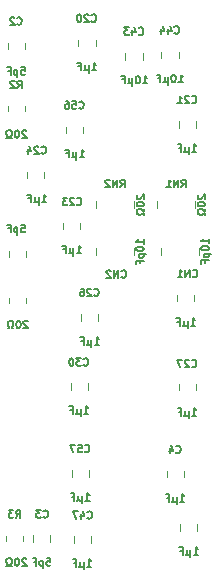
<source format=gbo>
%TF.GenerationSoftware,KiCad,Pcbnew,8.0.7*%
%TF.CreationDate,2025-01-10T21:39:31+02:00*%
%TF.ProjectId,W65C816 Clock Hold,57363543-3831-4362-9043-6c6f636b2048,V1*%
%TF.SameCoordinates,Original*%
%TF.FileFunction,Legend,Bot*%
%TF.FilePolarity,Positive*%
%FSLAX46Y46*%
G04 Gerber Fmt 4.6, Leading zero omitted, Abs format (unit mm)*
G04 Created by KiCad (PCBNEW 8.0.7) date 2025-01-10 21:39:31*
%MOMM*%
%LPD*%
G01*
G04 APERTURE LIST*
%ADD10C,0.150000*%
%ADD11C,0.100000*%
%ADD12C,0.120000*%
G04 APERTURE END LIST*
D10*
X19018252Y-17497486D02*
X19048490Y-17527725D01*
X19048490Y-17527725D02*
X19139204Y-17557963D01*
X19139204Y-17557963D02*
X19199680Y-17557963D01*
X19199680Y-17557963D02*
X19290395Y-17527725D01*
X19290395Y-17527725D02*
X19350871Y-17467248D01*
X19350871Y-17467248D02*
X19381109Y-17406772D01*
X19381109Y-17406772D02*
X19411347Y-17285820D01*
X19411347Y-17285820D02*
X19411347Y-17195105D01*
X19411347Y-17195105D02*
X19381109Y-17074153D01*
X19381109Y-17074153D02*
X19350871Y-17013677D01*
X19350871Y-17013677D02*
X19290395Y-16953201D01*
X19290395Y-16953201D02*
X19199680Y-16922963D01*
X19199680Y-16922963D02*
X19139204Y-16922963D01*
X19139204Y-16922963D02*
X19048490Y-16953201D01*
X19048490Y-16953201D02*
X19018252Y-16983439D01*
X18746109Y-17557963D02*
X18746109Y-16922963D01*
X18746109Y-16922963D02*
X18383252Y-17557963D01*
X18383252Y-17557963D02*
X18383252Y-16922963D01*
X17748252Y-17557963D02*
X18111109Y-17557963D01*
X17929681Y-17557963D02*
X17929681Y-16922963D01*
X17929681Y-16922963D02*
X17990157Y-17013677D01*
X17990157Y-17013677D02*
X18050633Y-17074153D01*
X18050633Y-17074153D02*
X18111109Y-17104391D01*
X20351963Y-14686642D02*
X20351963Y-14323785D01*
X20351963Y-14505213D02*
X19716963Y-14505213D01*
X19716963Y-14505213D02*
X19807677Y-14444737D01*
X19807677Y-14444737D02*
X19868153Y-14384261D01*
X19868153Y-14384261D02*
X19898391Y-14323785D01*
X19716963Y-15079737D02*
X19716963Y-15140214D01*
X19716963Y-15140214D02*
X19747201Y-15200690D01*
X19747201Y-15200690D02*
X19777439Y-15230928D01*
X19777439Y-15230928D02*
X19837915Y-15261166D01*
X19837915Y-15261166D02*
X19958867Y-15291404D01*
X19958867Y-15291404D02*
X20110058Y-15291404D01*
X20110058Y-15291404D02*
X20231010Y-15261166D01*
X20231010Y-15261166D02*
X20291486Y-15230928D01*
X20291486Y-15230928D02*
X20321725Y-15200690D01*
X20321725Y-15200690D02*
X20351963Y-15140214D01*
X20351963Y-15140214D02*
X20351963Y-15079737D01*
X20351963Y-15079737D02*
X20321725Y-15019261D01*
X20321725Y-15019261D02*
X20291486Y-14989023D01*
X20291486Y-14989023D02*
X20231010Y-14958785D01*
X20231010Y-14958785D02*
X20110058Y-14928547D01*
X20110058Y-14928547D02*
X19958867Y-14928547D01*
X19958867Y-14928547D02*
X19837915Y-14958785D01*
X19837915Y-14958785D02*
X19777439Y-14989023D01*
X19777439Y-14989023D02*
X19747201Y-15019261D01*
X19747201Y-15019261D02*
X19716963Y-15079737D01*
X19928629Y-15563547D02*
X20563629Y-15563547D01*
X19958867Y-15563547D02*
X19928629Y-15624023D01*
X19928629Y-15624023D02*
X19928629Y-15744976D01*
X19928629Y-15744976D02*
X19958867Y-15805452D01*
X19958867Y-15805452D02*
X19989105Y-15835690D01*
X19989105Y-15835690D02*
X20049582Y-15865928D01*
X20049582Y-15865928D02*
X20231010Y-15865928D01*
X20231010Y-15865928D02*
X20291486Y-15835690D01*
X20291486Y-15835690D02*
X20321725Y-15805452D01*
X20321725Y-15805452D02*
X20351963Y-15744976D01*
X20351963Y-15744976D02*
X20351963Y-15624023D01*
X20351963Y-15624023D02*
X20321725Y-15563547D01*
X20019344Y-16349738D02*
X20019344Y-16138071D01*
X20351963Y-16138071D02*
X19716963Y-16138071D01*
X19716963Y-16138071D02*
X19716963Y-16440452D01*
X9872214Y-32313486D02*
X9902452Y-32343725D01*
X9902452Y-32343725D02*
X9993166Y-32373963D01*
X9993166Y-32373963D02*
X10053642Y-32373963D01*
X10053642Y-32373963D02*
X10144357Y-32343725D01*
X10144357Y-32343725D02*
X10204833Y-32283248D01*
X10204833Y-32283248D02*
X10235071Y-32222772D01*
X10235071Y-32222772D02*
X10265309Y-32101820D01*
X10265309Y-32101820D02*
X10265309Y-32011105D01*
X10265309Y-32011105D02*
X10235071Y-31890153D01*
X10235071Y-31890153D02*
X10204833Y-31829677D01*
X10204833Y-31829677D02*
X10144357Y-31769201D01*
X10144357Y-31769201D02*
X10053642Y-31738963D01*
X10053642Y-31738963D02*
X9993166Y-31738963D01*
X9993166Y-31738963D02*
X9902452Y-31769201D01*
X9902452Y-31769201D02*
X9872214Y-31799439D01*
X9297690Y-31738963D02*
X9600071Y-31738963D01*
X9600071Y-31738963D02*
X9630309Y-32041344D01*
X9630309Y-32041344D02*
X9600071Y-32011105D01*
X9600071Y-32011105D02*
X9539595Y-31980867D01*
X9539595Y-31980867D02*
X9388404Y-31980867D01*
X9388404Y-31980867D02*
X9327928Y-32011105D01*
X9327928Y-32011105D02*
X9297690Y-32041344D01*
X9297690Y-32041344D02*
X9267452Y-32101820D01*
X9267452Y-32101820D02*
X9267452Y-32253010D01*
X9267452Y-32253010D02*
X9297690Y-32313486D01*
X9297690Y-32313486D02*
X9327928Y-32343725D01*
X9327928Y-32343725D02*
X9388404Y-32373963D01*
X9388404Y-32373963D02*
X9539595Y-32373963D01*
X9539595Y-32373963D02*
X9600071Y-32343725D01*
X9600071Y-32343725D02*
X9630309Y-32313486D01*
X9055785Y-31738963D02*
X8632452Y-31738963D01*
X8632452Y-31738963D02*
X8904595Y-32373963D01*
X9914333Y-36480963D02*
X10277190Y-36480963D01*
X10095762Y-36480963D02*
X10095762Y-35845963D01*
X10095762Y-35845963D02*
X10156238Y-35936677D01*
X10156238Y-35936677D02*
X10216714Y-35997153D01*
X10216714Y-35997153D02*
X10277190Y-36027391D01*
X9642190Y-36057629D02*
X9642190Y-36692629D01*
X9339809Y-36390248D02*
X9309571Y-36450725D01*
X9309571Y-36450725D02*
X9249095Y-36480963D01*
X9642190Y-36390248D02*
X9611952Y-36450725D01*
X9611952Y-36450725D02*
X9551476Y-36480963D01*
X9551476Y-36480963D02*
X9430523Y-36480963D01*
X9430523Y-36480963D02*
X9370047Y-36450725D01*
X9370047Y-36450725D02*
X9339809Y-36390248D01*
X9339809Y-36390248D02*
X9339809Y-36057629D01*
X8765285Y-36148344D02*
X8976952Y-36148344D01*
X8976952Y-36480963D02*
X8976952Y-35845963D01*
X8976952Y-35845963D02*
X8674571Y-35845963D01*
X18923215Y-25124486D02*
X18953453Y-25154725D01*
X18953453Y-25154725D02*
X19044167Y-25184963D01*
X19044167Y-25184963D02*
X19104643Y-25184963D01*
X19104643Y-25184963D02*
X19195358Y-25154725D01*
X19195358Y-25154725D02*
X19255834Y-25094248D01*
X19255834Y-25094248D02*
X19286072Y-25033772D01*
X19286072Y-25033772D02*
X19316310Y-24912820D01*
X19316310Y-24912820D02*
X19316310Y-24822105D01*
X19316310Y-24822105D02*
X19286072Y-24701153D01*
X19286072Y-24701153D02*
X19255834Y-24640677D01*
X19255834Y-24640677D02*
X19195358Y-24580201D01*
X19195358Y-24580201D02*
X19104643Y-24549963D01*
X19104643Y-24549963D02*
X19044167Y-24549963D01*
X19044167Y-24549963D02*
X18953453Y-24580201D01*
X18953453Y-24580201D02*
X18923215Y-24610439D01*
X18681310Y-24610439D02*
X18651072Y-24580201D01*
X18651072Y-24580201D02*
X18590596Y-24549963D01*
X18590596Y-24549963D02*
X18439405Y-24549963D01*
X18439405Y-24549963D02*
X18378929Y-24580201D01*
X18378929Y-24580201D02*
X18348691Y-24610439D01*
X18348691Y-24610439D02*
X18318453Y-24670915D01*
X18318453Y-24670915D02*
X18318453Y-24731391D01*
X18318453Y-24731391D02*
X18348691Y-24822105D01*
X18348691Y-24822105D02*
X18711548Y-25184963D01*
X18711548Y-25184963D02*
X18318453Y-25184963D01*
X18106786Y-24549963D02*
X17683453Y-24549963D01*
X17683453Y-24549963D02*
X17955596Y-25184963D01*
X18965333Y-29291963D02*
X19328190Y-29291963D01*
X19146762Y-29291963D02*
X19146762Y-28656963D01*
X19146762Y-28656963D02*
X19207238Y-28747677D01*
X19207238Y-28747677D02*
X19267714Y-28808153D01*
X19267714Y-28808153D02*
X19328190Y-28838391D01*
X18693190Y-28868629D02*
X18693190Y-29503629D01*
X18390809Y-29201248D02*
X18360571Y-29261725D01*
X18360571Y-29261725D02*
X18300095Y-29291963D01*
X18693190Y-29201248D02*
X18662952Y-29261725D01*
X18662952Y-29261725D02*
X18602476Y-29291963D01*
X18602476Y-29291963D02*
X18481523Y-29291963D01*
X18481523Y-29291963D02*
X18421047Y-29261725D01*
X18421047Y-29261725D02*
X18390809Y-29201248D01*
X18390809Y-29201248D02*
X18390809Y-28868629D01*
X17816285Y-28959344D02*
X18027952Y-28959344D01*
X18027952Y-29291963D02*
X18027952Y-28656963D01*
X18027952Y-28656963D02*
X17725571Y-28656963D01*
X9198214Y-11401486D02*
X9228452Y-11431725D01*
X9228452Y-11431725D02*
X9319166Y-11461963D01*
X9319166Y-11461963D02*
X9379642Y-11461963D01*
X9379642Y-11461963D02*
X9470357Y-11431725D01*
X9470357Y-11431725D02*
X9530833Y-11371248D01*
X9530833Y-11371248D02*
X9561071Y-11310772D01*
X9561071Y-11310772D02*
X9591309Y-11189820D01*
X9591309Y-11189820D02*
X9591309Y-11099105D01*
X9591309Y-11099105D02*
X9561071Y-10978153D01*
X9561071Y-10978153D02*
X9530833Y-10917677D01*
X9530833Y-10917677D02*
X9470357Y-10857201D01*
X9470357Y-10857201D02*
X9379642Y-10826963D01*
X9379642Y-10826963D02*
X9319166Y-10826963D01*
X9319166Y-10826963D02*
X9228452Y-10857201D01*
X9228452Y-10857201D02*
X9198214Y-10887439D01*
X8956309Y-10887439D02*
X8926071Y-10857201D01*
X8926071Y-10857201D02*
X8865595Y-10826963D01*
X8865595Y-10826963D02*
X8714404Y-10826963D01*
X8714404Y-10826963D02*
X8653928Y-10857201D01*
X8653928Y-10857201D02*
X8623690Y-10887439D01*
X8623690Y-10887439D02*
X8593452Y-10947915D01*
X8593452Y-10947915D02*
X8593452Y-11008391D01*
X8593452Y-11008391D02*
X8623690Y-11099105D01*
X8623690Y-11099105D02*
X8986547Y-11461963D01*
X8986547Y-11461963D02*
X8593452Y-11461963D01*
X8381785Y-10826963D02*
X7988690Y-10826963D01*
X7988690Y-10826963D02*
X8200357Y-11068867D01*
X8200357Y-11068867D02*
X8109642Y-11068867D01*
X8109642Y-11068867D02*
X8049166Y-11099105D01*
X8049166Y-11099105D02*
X8018928Y-11129344D01*
X8018928Y-11129344D02*
X7988690Y-11189820D01*
X7988690Y-11189820D02*
X7988690Y-11341010D01*
X7988690Y-11341010D02*
X8018928Y-11401486D01*
X8018928Y-11401486D02*
X8049166Y-11431725D01*
X8049166Y-11431725D02*
X8109642Y-11461963D01*
X8109642Y-11461963D02*
X8291071Y-11461963D01*
X8291071Y-11461963D02*
X8351547Y-11431725D01*
X8351547Y-11431725D02*
X8381785Y-11401486D01*
X9186333Y-15525963D02*
X9549190Y-15525963D01*
X9367762Y-15525963D02*
X9367762Y-14890963D01*
X9367762Y-14890963D02*
X9428238Y-14981677D01*
X9428238Y-14981677D02*
X9488714Y-15042153D01*
X9488714Y-15042153D02*
X9549190Y-15072391D01*
X8914190Y-15102629D02*
X8914190Y-15737629D01*
X8611809Y-15435248D02*
X8581571Y-15495725D01*
X8581571Y-15495725D02*
X8521095Y-15525963D01*
X8914190Y-15435248D02*
X8883952Y-15495725D01*
X8883952Y-15495725D02*
X8823476Y-15525963D01*
X8823476Y-15525963D02*
X8702523Y-15525963D01*
X8702523Y-15525963D02*
X8642047Y-15495725D01*
X8642047Y-15495725D02*
X8611809Y-15435248D01*
X8611809Y-15435248D02*
X8611809Y-15102629D01*
X8037285Y-15193344D02*
X8248952Y-15193344D01*
X8248952Y-15525963D02*
X8248952Y-14890963D01*
X8248952Y-14890963D02*
X7946571Y-14890963D01*
X4169833Y-1555962D02*
X4381500Y-1253581D01*
X4532690Y-1555962D02*
X4532690Y-920962D01*
X4532690Y-920962D02*
X4290785Y-920962D01*
X4290785Y-920962D02*
X4230309Y-951200D01*
X4230309Y-951200D02*
X4200071Y-981438D01*
X4200071Y-981438D02*
X4169833Y-1041914D01*
X4169833Y-1041914D02*
X4169833Y-1132628D01*
X4169833Y-1132628D02*
X4200071Y-1193104D01*
X4200071Y-1193104D02*
X4230309Y-1223343D01*
X4230309Y-1223343D02*
X4290785Y-1253581D01*
X4290785Y-1253581D02*
X4532690Y-1253581D01*
X3927928Y-981438D02*
X3897690Y-951200D01*
X3897690Y-951200D02*
X3837214Y-920962D01*
X3837214Y-920962D02*
X3686023Y-920962D01*
X3686023Y-920962D02*
X3625547Y-951200D01*
X3625547Y-951200D02*
X3595309Y-981438D01*
X3595309Y-981438D02*
X3565071Y-1041914D01*
X3565071Y-1041914D02*
X3565071Y-1102390D01*
X3565071Y-1102390D02*
X3595309Y-1193104D01*
X3595309Y-1193104D02*
X3958166Y-1555962D01*
X3958166Y-1555962D02*
X3565071Y-1555962D01*
X4910666Y-5172439D02*
X4880428Y-5142201D01*
X4880428Y-5142201D02*
X4819952Y-5111963D01*
X4819952Y-5111963D02*
X4668761Y-5111963D01*
X4668761Y-5111963D02*
X4608285Y-5142201D01*
X4608285Y-5142201D02*
X4578047Y-5172439D01*
X4578047Y-5172439D02*
X4547809Y-5232915D01*
X4547809Y-5232915D02*
X4547809Y-5293391D01*
X4547809Y-5293391D02*
X4578047Y-5384105D01*
X4578047Y-5384105D02*
X4940904Y-5746963D01*
X4940904Y-5746963D02*
X4547809Y-5746963D01*
X4154714Y-5111963D02*
X4094237Y-5111963D01*
X4094237Y-5111963D02*
X4033761Y-5142201D01*
X4033761Y-5142201D02*
X4003523Y-5172439D01*
X4003523Y-5172439D02*
X3973285Y-5232915D01*
X3973285Y-5232915D02*
X3943047Y-5353867D01*
X3943047Y-5353867D02*
X3943047Y-5505058D01*
X3943047Y-5505058D02*
X3973285Y-5626010D01*
X3973285Y-5626010D02*
X4003523Y-5686486D01*
X4003523Y-5686486D02*
X4033761Y-5716725D01*
X4033761Y-5716725D02*
X4094237Y-5746963D01*
X4094237Y-5746963D02*
X4154714Y-5746963D01*
X4154714Y-5746963D02*
X4215190Y-5716725D01*
X4215190Y-5716725D02*
X4245428Y-5686486D01*
X4245428Y-5686486D02*
X4275666Y-5626010D01*
X4275666Y-5626010D02*
X4305904Y-5505058D01*
X4305904Y-5505058D02*
X4305904Y-5353867D01*
X4305904Y-5353867D02*
X4275666Y-5232915D01*
X4275666Y-5232915D02*
X4245428Y-5172439D01*
X4245428Y-5172439D02*
X4215190Y-5142201D01*
X4215190Y-5142201D02*
X4154714Y-5111963D01*
X3701142Y-5746963D02*
X3549952Y-5746963D01*
X3549952Y-5746963D02*
X3549952Y-5626010D01*
X3549952Y-5626010D02*
X3610428Y-5595772D01*
X3610428Y-5595772D02*
X3670904Y-5535296D01*
X3670904Y-5535296D02*
X3701142Y-5444582D01*
X3701142Y-5444582D02*
X3701142Y-5293391D01*
X3701142Y-5293391D02*
X3670904Y-5202677D01*
X3670904Y-5202677D02*
X3610428Y-5142201D01*
X3610428Y-5142201D02*
X3519714Y-5111963D01*
X3519714Y-5111963D02*
X3398761Y-5111963D01*
X3398761Y-5111963D02*
X3308047Y-5142201D01*
X3308047Y-5142201D02*
X3247571Y-5202677D01*
X3247571Y-5202677D02*
X3217333Y-5293391D01*
X3217333Y-5293391D02*
X3217333Y-5444582D01*
X3217333Y-5444582D02*
X3247571Y-5535296D01*
X3247571Y-5535296D02*
X3308047Y-5595772D01*
X3308047Y-5595772D02*
X3368523Y-5626010D01*
X3368523Y-5626010D02*
X3368523Y-5746963D01*
X3368523Y-5746963D02*
X3217333Y-5746963D01*
X19092333Y-41052963D02*
X19455190Y-41052963D01*
X19273762Y-41052963D02*
X19273762Y-40417963D01*
X19273762Y-40417963D02*
X19334238Y-40508677D01*
X19334238Y-40508677D02*
X19394714Y-40569153D01*
X19394714Y-40569153D02*
X19455190Y-40599391D01*
X18820190Y-40629629D02*
X18820190Y-41264629D01*
X18517809Y-40962248D02*
X18487571Y-41022725D01*
X18487571Y-41022725D02*
X18427095Y-41052963D01*
X18820190Y-40962248D02*
X18789952Y-41022725D01*
X18789952Y-41022725D02*
X18729476Y-41052963D01*
X18729476Y-41052963D02*
X18608523Y-41052963D01*
X18608523Y-41052963D02*
X18548047Y-41022725D01*
X18548047Y-41022725D02*
X18517809Y-40962248D01*
X18517809Y-40962248D02*
X18517809Y-40629629D01*
X17943285Y-40720344D02*
X18154952Y-40720344D01*
X18154952Y-41052963D02*
X18154952Y-40417963D01*
X18154952Y-40417963D02*
X17852571Y-40417963D01*
X4042833Y-37922963D02*
X4254500Y-37620582D01*
X4405690Y-37922963D02*
X4405690Y-37287963D01*
X4405690Y-37287963D02*
X4163785Y-37287963D01*
X4163785Y-37287963D02*
X4103309Y-37318201D01*
X4103309Y-37318201D02*
X4073071Y-37348439D01*
X4073071Y-37348439D02*
X4042833Y-37408915D01*
X4042833Y-37408915D02*
X4042833Y-37499629D01*
X4042833Y-37499629D02*
X4073071Y-37560105D01*
X4073071Y-37560105D02*
X4103309Y-37590344D01*
X4103309Y-37590344D02*
X4163785Y-37620582D01*
X4163785Y-37620582D02*
X4405690Y-37620582D01*
X3831166Y-37287963D02*
X3438071Y-37287963D01*
X3438071Y-37287963D02*
X3649738Y-37529867D01*
X3649738Y-37529867D02*
X3559023Y-37529867D01*
X3559023Y-37529867D02*
X3498547Y-37560105D01*
X3498547Y-37560105D02*
X3468309Y-37590344D01*
X3468309Y-37590344D02*
X3438071Y-37650820D01*
X3438071Y-37650820D02*
X3438071Y-37802010D01*
X3438071Y-37802010D02*
X3468309Y-37862486D01*
X3468309Y-37862486D02*
X3498547Y-37892725D01*
X3498547Y-37892725D02*
X3559023Y-37922963D01*
X3559023Y-37922963D02*
X3740452Y-37922963D01*
X3740452Y-37922963D02*
X3800928Y-37892725D01*
X3800928Y-37892725D02*
X3831166Y-37862486D01*
X4910666Y-41412439D02*
X4880428Y-41382201D01*
X4880428Y-41382201D02*
X4819952Y-41351963D01*
X4819952Y-41351963D02*
X4668761Y-41351963D01*
X4668761Y-41351963D02*
X4608285Y-41382201D01*
X4608285Y-41382201D02*
X4578047Y-41412439D01*
X4578047Y-41412439D02*
X4547809Y-41472915D01*
X4547809Y-41472915D02*
X4547809Y-41533391D01*
X4547809Y-41533391D02*
X4578047Y-41624105D01*
X4578047Y-41624105D02*
X4940904Y-41986963D01*
X4940904Y-41986963D02*
X4547809Y-41986963D01*
X4154714Y-41351963D02*
X4094237Y-41351963D01*
X4094237Y-41351963D02*
X4033761Y-41382201D01*
X4033761Y-41382201D02*
X4003523Y-41412439D01*
X4003523Y-41412439D02*
X3973285Y-41472915D01*
X3973285Y-41472915D02*
X3943047Y-41593867D01*
X3943047Y-41593867D02*
X3943047Y-41745058D01*
X3943047Y-41745058D02*
X3973285Y-41866010D01*
X3973285Y-41866010D02*
X4003523Y-41926486D01*
X4003523Y-41926486D02*
X4033761Y-41956725D01*
X4033761Y-41956725D02*
X4094237Y-41986963D01*
X4094237Y-41986963D02*
X4154714Y-41986963D01*
X4154714Y-41986963D02*
X4215190Y-41956725D01*
X4215190Y-41956725D02*
X4245428Y-41926486D01*
X4245428Y-41926486D02*
X4275666Y-41866010D01*
X4275666Y-41866010D02*
X4305904Y-41745058D01*
X4305904Y-41745058D02*
X4305904Y-41593867D01*
X4305904Y-41593867D02*
X4275666Y-41472915D01*
X4275666Y-41472915D02*
X4245428Y-41412439D01*
X4245428Y-41412439D02*
X4215190Y-41382201D01*
X4215190Y-41382201D02*
X4154714Y-41351963D01*
X3701142Y-41986963D02*
X3549952Y-41986963D01*
X3549952Y-41986963D02*
X3549952Y-41866010D01*
X3549952Y-41866010D02*
X3610428Y-41835772D01*
X3610428Y-41835772D02*
X3670904Y-41775296D01*
X3670904Y-41775296D02*
X3701142Y-41684582D01*
X3701142Y-41684582D02*
X3701142Y-41533391D01*
X3701142Y-41533391D02*
X3670904Y-41442677D01*
X3670904Y-41442677D02*
X3610428Y-41382201D01*
X3610428Y-41382201D02*
X3519714Y-41351963D01*
X3519714Y-41351963D02*
X3398761Y-41351963D01*
X3398761Y-41351963D02*
X3308047Y-41382201D01*
X3308047Y-41382201D02*
X3247571Y-41442677D01*
X3247571Y-41442677D02*
X3217333Y-41533391D01*
X3217333Y-41533391D02*
X3217333Y-41684582D01*
X3217333Y-41684582D02*
X3247571Y-41775296D01*
X3247571Y-41775296D02*
X3308047Y-41835772D01*
X3308047Y-41835772D02*
X3368523Y-41866010D01*
X3368523Y-41866010D02*
X3368523Y-41986963D01*
X3368523Y-41986963D02*
X3217333Y-41986963D01*
X10668215Y-19105486D02*
X10698453Y-19135725D01*
X10698453Y-19135725D02*
X10789167Y-19165963D01*
X10789167Y-19165963D02*
X10849643Y-19165963D01*
X10849643Y-19165963D02*
X10940358Y-19135725D01*
X10940358Y-19135725D02*
X11000834Y-19075248D01*
X11000834Y-19075248D02*
X11031072Y-19014772D01*
X11031072Y-19014772D02*
X11061310Y-18893820D01*
X11061310Y-18893820D02*
X11061310Y-18803105D01*
X11061310Y-18803105D02*
X11031072Y-18682153D01*
X11031072Y-18682153D02*
X11000834Y-18621677D01*
X11000834Y-18621677D02*
X10940358Y-18561201D01*
X10940358Y-18561201D02*
X10849643Y-18530963D01*
X10849643Y-18530963D02*
X10789167Y-18530963D01*
X10789167Y-18530963D02*
X10698453Y-18561201D01*
X10698453Y-18561201D02*
X10668215Y-18591439D01*
X10426310Y-18591439D02*
X10396072Y-18561201D01*
X10396072Y-18561201D02*
X10335596Y-18530963D01*
X10335596Y-18530963D02*
X10184405Y-18530963D01*
X10184405Y-18530963D02*
X10123929Y-18561201D01*
X10123929Y-18561201D02*
X10093691Y-18591439D01*
X10093691Y-18591439D02*
X10063453Y-18651915D01*
X10063453Y-18651915D02*
X10063453Y-18712391D01*
X10063453Y-18712391D02*
X10093691Y-18803105D01*
X10093691Y-18803105D02*
X10456548Y-19165963D01*
X10456548Y-19165963D02*
X10063453Y-19165963D01*
X9519167Y-18530963D02*
X9640120Y-18530963D01*
X9640120Y-18530963D02*
X9700596Y-18561201D01*
X9700596Y-18561201D02*
X9730834Y-18591439D01*
X9730834Y-18591439D02*
X9791310Y-18682153D01*
X9791310Y-18682153D02*
X9821548Y-18803105D01*
X9821548Y-18803105D02*
X9821548Y-19045010D01*
X9821548Y-19045010D02*
X9791310Y-19105486D01*
X9791310Y-19105486D02*
X9761072Y-19135725D01*
X9761072Y-19135725D02*
X9700596Y-19165963D01*
X9700596Y-19165963D02*
X9579643Y-19165963D01*
X9579643Y-19165963D02*
X9519167Y-19135725D01*
X9519167Y-19135725D02*
X9488929Y-19105486D01*
X9488929Y-19105486D02*
X9458691Y-19045010D01*
X9458691Y-19045010D02*
X9458691Y-18893820D01*
X9458691Y-18893820D02*
X9488929Y-18833344D01*
X9488929Y-18833344D02*
X9519167Y-18803105D01*
X9519167Y-18803105D02*
X9579643Y-18772867D01*
X9579643Y-18772867D02*
X9700596Y-18772867D01*
X9700596Y-18772867D02*
X9761072Y-18803105D01*
X9761072Y-18803105D02*
X9791310Y-18833344D01*
X9791310Y-18833344D02*
X9821548Y-18893820D01*
X10710333Y-23272963D02*
X11073190Y-23272963D01*
X10891762Y-23272963D02*
X10891762Y-22637963D01*
X10891762Y-22637963D02*
X10952238Y-22728677D01*
X10952238Y-22728677D02*
X11012714Y-22789153D01*
X11012714Y-22789153D02*
X11073190Y-22819391D01*
X10438190Y-22849629D02*
X10438190Y-23484629D01*
X10135809Y-23182248D02*
X10105571Y-23242725D01*
X10105571Y-23242725D02*
X10045095Y-23272963D01*
X10438190Y-23182248D02*
X10407952Y-23242725D01*
X10407952Y-23242725D02*
X10347476Y-23272963D01*
X10347476Y-23272963D02*
X10226523Y-23272963D01*
X10226523Y-23272963D02*
X10166047Y-23242725D01*
X10166047Y-23242725D02*
X10135809Y-23182248D01*
X10135809Y-23182248D02*
X10135809Y-22849629D01*
X9561285Y-22940344D02*
X9772952Y-22940344D01*
X9772952Y-23272963D02*
X9772952Y-22637963D01*
X9772952Y-22637963D02*
X9470571Y-22637963D01*
X18053652Y-9937963D02*
X18265319Y-9635582D01*
X18416509Y-9937963D02*
X18416509Y-9302963D01*
X18416509Y-9302963D02*
X18174604Y-9302963D01*
X18174604Y-9302963D02*
X18114128Y-9333201D01*
X18114128Y-9333201D02*
X18083890Y-9363439D01*
X18083890Y-9363439D02*
X18053652Y-9423915D01*
X18053652Y-9423915D02*
X18053652Y-9514629D01*
X18053652Y-9514629D02*
X18083890Y-9575105D01*
X18083890Y-9575105D02*
X18114128Y-9605344D01*
X18114128Y-9605344D02*
X18174604Y-9635582D01*
X18174604Y-9635582D02*
X18416509Y-9635582D01*
X17781509Y-9937963D02*
X17781509Y-9302963D01*
X17781509Y-9302963D02*
X17418652Y-9937963D01*
X17418652Y-9937963D02*
X17418652Y-9302963D01*
X16783652Y-9937963D02*
X17146509Y-9937963D01*
X16965081Y-9937963D02*
X16965081Y-9302963D01*
X16965081Y-9302963D02*
X17025557Y-9393677D01*
X17025557Y-9393677D02*
X17086033Y-9454153D01*
X17086033Y-9454153D02*
X17146509Y-9484391D01*
X19485639Y-10583333D02*
X19455401Y-10613571D01*
X19455401Y-10613571D02*
X19425163Y-10674047D01*
X19425163Y-10674047D02*
X19425163Y-10825238D01*
X19425163Y-10825238D02*
X19455401Y-10885714D01*
X19455401Y-10885714D02*
X19485639Y-10915952D01*
X19485639Y-10915952D02*
X19546115Y-10946190D01*
X19546115Y-10946190D02*
X19606591Y-10946190D01*
X19606591Y-10946190D02*
X19697305Y-10915952D01*
X19697305Y-10915952D02*
X20060163Y-10553095D01*
X20060163Y-10553095D02*
X20060163Y-10946190D01*
X19425163Y-11339285D02*
X19425163Y-11399762D01*
X19425163Y-11399762D02*
X19455401Y-11460238D01*
X19455401Y-11460238D02*
X19485639Y-11490476D01*
X19485639Y-11490476D02*
X19546115Y-11520714D01*
X19546115Y-11520714D02*
X19667067Y-11550952D01*
X19667067Y-11550952D02*
X19818258Y-11550952D01*
X19818258Y-11550952D02*
X19939210Y-11520714D01*
X19939210Y-11520714D02*
X19999686Y-11490476D01*
X19999686Y-11490476D02*
X20029925Y-11460238D01*
X20029925Y-11460238D02*
X20060163Y-11399762D01*
X20060163Y-11399762D02*
X20060163Y-11339285D01*
X20060163Y-11339285D02*
X20029925Y-11278809D01*
X20029925Y-11278809D02*
X19999686Y-11248571D01*
X19999686Y-11248571D02*
X19939210Y-11218333D01*
X19939210Y-11218333D02*
X19818258Y-11188095D01*
X19818258Y-11188095D02*
X19667067Y-11188095D01*
X19667067Y-11188095D02*
X19546115Y-11218333D01*
X19546115Y-11218333D02*
X19485639Y-11248571D01*
X19485639Y-11248571D02*
X19455401Y-11278809D01*
X19455401Y-11278809D02*
X19425163Y-11339285D01*
X20060163Y-11792857D02*
X20060163Y-11944047D01*
X20060163Y-11944047D02*
X19939210Y-11944047D01*
X19939210Y-11944047D02*
X19908972Y-11883571D01*
X19908972Y-11883571D02*
X19848496Y-11823095D01*
X19848496Y-11823095D02*
X19757782Y-11792857D01*
X19757782Y-11792857D02*
X19606591Y-11792857D01*
X19606591Y-11792857D02*
X19515877Y-11823095D01*
X19515877Y-11823095D02*
X19455401Y-11883571D01*
X19455401Y-11883571D02*
X19425163Y-11974285D01*
X19425163Y-11974285D02*
X19425163Y-12095238D01*
X19425163Y-12095238D02*
X19455401Y-12185952D01*
X19455401Y-12185952D02*
X19515877Y-12246428D01*
X19515877Y-12246428D02*
X19606591Y-12276666D01*
X19606591Y-12276666D02*
X19757782Y-12276666D01*
X19757782Y-12276666D02*
X19848496Y-12246428D01*
X19848496Y-12246428D02*
X19908972Y-12185952D01*
X19908972Y-12185952D02*
X19939210Y-12125476D01*
X19939210Y-12125476D02*
X20060163Y-12125476D01*
X20060163Y-12125476D02*
X20060163Y-12276666D01*
X4142833Y3881513D02*
X4173071Y3851275D01*
X4173071Y3851275D02*
X4263785Y3821036D01*
X4263785Y3821036D02*
X4324261Y3821036D01*
X4324261Y3821036D02*
X4414976Y3851275D01*
X4414976Y3851275D02*
X4475452Y3911751D01*
X4475452Y3911751D02*
X4505690Y3972227D01*
X4505690Y3972227D02*
X4535928Y4093179D01*
X4535928Y4093179D02*
X4535928Y4183894D01*
X4535928Y4183894D02*
X4505690Y4304846D01*
X4505690Y4304846D02*
X4475452Y4365322D01*
X4475452Y4365322D02*
X4414976Y4425798D01*
X4414976Y4425798D02*
X4324261Y4456036D01*
X4324261Y4456036D02*
X4263785Y4456036D01*
X4263785Y4456036D02*
X4173071Y4425798D01*
X4173071Y4425798D02*
X4142833Y4395560D01*
X3900928Y4395560D02*
X3870690Y4425798D01*
X3870690Y4425798D02*
X3810214Y4456036D01*
X3810214Y4456036D02*
X3659023Y4456036D01*
X3659023Y4456036D02*
X3598547Y4425798D01*
X3598547Y4425798D02*
X3568309Y4395560D01*
X3568309Y4395560D02*
X3538071Y4335084D01*
X3538071Y4335084D02*
X3538071Y4274608D01*
X3538071Y4274608D02*
X3568309Y4183894D01*
X3568309Y4183894D02*
X3931166Y3821036D01*
X3931166Y3821036D02*
X3538071Y3821036D01*
X4472214Y222036D02*
X4774595Y222036D01*
X4774595Y222036D02*
X4804833Y-80344D01*
X4804833Y-80344D02*
X4774595Y-50105D01*
X4774595Y-50105D02*
X4714119Y-19867D01*
X4714119Y-19867D02*
X4562928Y-19867D01*
X4562928Y-19867D02*
X4502452Y-50105D01*
X4502452Y-50105D02*
X4472214Y-80344D01*
X4472214Y-80344D02*
X4441976Y-140820D01*
X4441976Y-140820D02*
X4441976Y-292010D01*
X4441976Y-292010D02*
X4472214Y-352486D01*
X4472214Y-352486D02*
X4502452Y-382725D01*
X4502452Y-382725D02*
X4562928Y-412963D01*
X4562928Y-412963D02*
X4714119Y-412963D01*
X4714119Y-412963D02*
X4774595Y-382725D01*
X4774595Y-382725D02*
X4804833Y-352486D01*
X4169833Y10370D02*
X4169833Y-624629D01*
X4169833Y-19867D02*
X4109357Y10370D01*
X4109357Y10370D02*
X3988404Y10370D01*
X3988404Y10370D02*
X3927928Y-19867D01*
X3927928Y-19867D02*
X3897690Y-50105D01*
X3897690Y-50105D02*
X3867452Y-110582D01*
X3867452Y-110582D02*
X3867452Y-292010D01*
X3867452Y-292010D02*
X3897690Y-352486D01*
X3897690Y-352486D02*
X3927928Y-382725D01*
X3927928Y-382725D02*
X3988404Y-412963D01*
X3988404Y-412963D02*
X4109357Y-412963D01*
X4109357Y-412963D02*
X4169833Y-382725D01*
X3383642Y-80344D02*
X3595309Y-80344D01*
X3595309Y-412963D02*
X3595309Y222036D01*
X3595309Y222036D02*
X3292928Y222036D01*
X6355833Y-37862486D02*
X6386071Y-37892725D01*
X6386071Y-37892725D02*
X6476785Y-37922963D01*
X6476785Y-37922963D02*
X6537261Y-37922963D01*
X6537261Y-37922963D02*
X6627976Y-37892725D01*
X6627976Y-37892725D02*
X6688452Y-37832248D01*
X6688452Y-37832248D02*
X6718690Y-37771772D01*
X6718690Y-37771772D02*
X6748928Y-37650820D01*
X6748928Y-37650820D02*
X6748928Y-37560105D01*
X6748928Y-37560105D02*
X6718690Y-37439153D01*
X6718690Y-37439153D02*
X6688452Y-37378677D01*
X6688452Y-37378677D02*
X6627976Y-37318201D01*
X6627976Y-37318201D02*
X6537261Y-37287963D01*
X6537261Y-37287963D02*
X6476785Y-37287963D01*
X6476785Y-37287963D02*
X6386071Y-37318201D01*
X6386071Y-37318201D02*
X6355833Y-37348439D01*
X6144166Y-37287963D02*
X5751071Y-37287963D01*
X5751071Y-37287963D02*
X5962738Y-37529867D01*
X5962738Y-37529867D02*
X5872023Y-37529867D01*
X5872023Y-37529867D02*
X5811547Y-37560105D01*
X5811547Y-37560105D02*
X5781309Y-37590344D01*
X5781309Y-37590344D02*
X5751071Y-37650820D01*
X5751071Y-37650820D02*
X5751071Y-37802010D01*
X5751071Y-37802010D02*
X5781309Y-37862486D01*
X5781309Y-37862486D02*
X5811547Y-37892725D01*
X5811547Y-37892725D02*
X5872023Y-37922963D01*
X5872023Y-37922963D02*
X6053452Y-37922963D01*
X6053452Y-37922963D02*
X6113928Y-37892725D01*
X6113928Y-37892725D02*
X6144166Y-37862486D01*
X6631214Y-41351963D02*
X6933595Y-41351963D01*
X6933595Y-41351963D02*
X6963833Y-41654344D01*
X6963833Y-41654344D02*
X6933595Y-41624105D01*
X6933595Y-41624105D02*
X6873119Y-41593867D01*
X6873119Y-41593867D02*
X6721928Y-41593867D01*
X6721928Y-41593867D02*
X6661452Y-41624105D01*
X6661452Y-41624105D02*
X6631214Y-41654344D01*
X6631214Y-41654344D02*
X6600976Y-41714820D01*
X6600976Y-41714820D02*
X6600976Y-41866010D01*
X6600976Y-41866010D02*
X6631214Y-41926486D01*
X6631214Y-41926486D02*
X6661452Y-41956725D01*
X6661452Y-41956725D02*
X6721928Y-41986963D01*
X6721928Y-41986963D02*
X6873119Y-41986963D01*
X6873119Y-41986963D02*
X6933595Y-41956725D01*
X6933595Y-41956725D02*
X6963833Y-41926486D01*
X6328833Y-41563629D02*
X6328833Y-42198629D01*
X6328833Y-41593867D02*
X6268357Y-41563629D01*
X6268357Y-41563629D02*
X6147404Y-41563629D01*
X6147404Y-41563629D02*
X6086928Y-41593867D01*
X6086928Y-41593867D02*
X6056690Y-41624105D01*
X6056690Y-41624105D02*
X6026452Y-41684582D01*
X6026452Y-41684582D02*
X6026452Y-41866010D01*
X6026452Y-41866010D02*
X6056690Y-41926486D01*
X6056690Y-41926486D02*
X6086928Y-41956725D01*
X6086928Y-41956725D02*
X6147404Y-41986963D01*
X6147404Y-41986963D02*
X6268357Y-41986963D01*
X6268357Y-41986963D02*
X6328833Y-41956725D01*
X5542642Y-41654344D02*
X5754309Y-41654344D01*
X5754309Y-41986963D02*
X5754309Y-41351963D01*
X5754309Y-41351963D02*
X5451928Y-41351963D01*
X10087214Y-37944486D02*
X10117452Y-37974725D01*
X10117452Y-37974725D02*
X10208166Y-38004963D01*
X10208166Y-38004963D02*
X10268642Y-38004963D01*
X10268642Y-38004963D02*
X10359357Y-37974725D01*
X10359357Y-37974725D02*
X10419833Y-37914248D01*
X10419833Y-37914248D02*
X10450071Y-37853772D01*
X10450071Y-37853772D02*
X10480309Y-37732820D01*
X10480309Y-37732820D02*
X10480309Y-37642105D01*
X10480309Y-37642105D02*
X10450071Y-37521153D01*
X10450071Y-37521153D02*
X10419833Y-37460677D01*
X10419833Y-37460677D02*
X10359357Y-37400201D01*
X10359357Y-37400201D02*
X10268642Y-37369963D01*
X10268642Y-37369963D02*
X10208166Y-37369963D01*
X10208166Y-37369963D02*
X10117452Y-37400201D01*
X10117452Y-37400201D02*
X10087214Y-37430439D01*
X9542928Y-37581629D02*
X9542928Y-38004963D01*
X9694119Y-37339725D02*
X9845309Y-37793296D01*
X9845309Y-37793296D02*
X9452214Y-37793296D01*
X9270785Y-37369963D02*
X8847452Y-37369963D01*
X8847452Y-37369963D02*
X9119595Y-38004963D01*
X10075333Y-42068963D02*
X10438190Y-42068963D01*
X10256762Y-42068963D02*
X10256762Y-41433963D01*
X10256762Y-41433963D02*
X10317238Y-41524677D01*
X10317238Y-41524677D02*
X10377714Y-41585153D01*
X10377714Y-41585153D02*
X10438190Y-41615391D01*
X9803190Y-41645629D02*
X9803190Y-42280629D01*
X9500809Y-41978248D02*
X9470571Y-42038725D01*
X9470571Y-42038725D02*
X9410095Y-42068963D01*
X9803190Y-41978248D02*
X9772952Y-42038725D01*
X9772952Y-42038725D02*
X9712476Y-42068963D01*
X9712476Y-42068963D02*
X9591523Y-42068963D01*
X9591523Y-42068963D02*
X9531047Y-42038725D01*
X9531047Y-42038725D02*
X9500809Y-41978248D01*
X9500809Y-41978248D02*
X9500809Y-41645629D01*
X8926285Y-41736344D02*
X9137952Y-41736344D01*
X9137952Y-42068963D02*
X9137952Y-41433963D01*
X9137952Y-41433963D02*
X8835571Y-41433963D01*
X10431215Y4120513D02*
X10461453Y4090275D01*
X10461453Y4090275D02*
X10552167Y4060036D01*
X10552167Y4060036D02*
X10612643Y4060036D01*
X10612643Y4060036D02*
X10703358Y4090275D01*
X10703358Y4090275D02*
X10763834Y4150751D01*
X10763834Y4150751D02*
X10794072Y4211227D01*
X10794072Y4211227D02*
X10824310Y4332179D01*
X10824310Y4332179D02*
X10824310Y4422894D01*
X10824310Y4422894D02*
X10794072Y4543846D01*
X10794072Y4543846D02*
X10763834Y4604322D01*
X10763834Y4604322D02*
X10703358Y4664798D01*
X10703358Y4664798D02*
X10612643Y4695036D01*
X10612643Y4695036D02*
X10552167Y4695036D01*
X10552167Y4695036D02*
X10461453Y4664798D01*
X10461453Y4664798D02*
X10431215Y4634560D01*
X10189310Y4634560D02*
X10159072Y4664798D01*
X10159072Y4664798D02*
X10098596Y4695036D01*
X10098596Y4695036D02*
X9947405Y4695036D01*
X9947405Y4695036D02*
X9886929Y4664798D01*
X9886929Y4664798D02*
X9856691Y4634560D01*
X9856691Y4634560D02*
X9826453Y4574084D01*
X9826453Y4574084D02*
X9826453Y4513608D01*
X9826453Y4513608D02*
X9856691Y4422894D01*
X9856691Y4422894D02*
X10219548Y4060036D01*
X10219548Y4060036D02*
X9826453Y4060036D01*
X9433358Y4695036D02*
X9372881Y4695036D01*
X9372881Y4695036D02*
X9312405Y4664798D01*
X9312405Y4664798D02*
X9282167Y4634560D01*
X9282167Y4634560D02*
X9251929Y4574084D01*
X9251929Y4574084D02*
X9221691Y4453132D01*
X9221691Y4453132D02*
X9221691Y4301941D01*
X9221691Y4301941D02*
X9251929Y4180989D01*
X9251929Y4180989D02*
X9282167Y4120513D01*
X9282167Y4120513D02*
X9312405Y4090275D01*
X9312405Y4090275D02*
X9372881Y4060036D01*
X9372881Y4060036D02*
X9433358Y4060036D01*
X9433358Y4060036D02*
X9493834Y4090275D01*
X9493834Y4090275D02*
X9524072Y4120513D01*
X9524072Y4120513D02*
X9554310Y4180989D01*
X9554310Y4180989D02*
X9584548Y4301941D01*
X9584548Y4301941D02*
X9584548Y4453132D01*
X9584548Y4453132D02*
X9554310Y4574084D01*
X9554310Y4574084D02*
X9524072Y4634560D01*
X9524072Y4634560D02*
X9493834Y4664798D01*
X9493834Y4664798D02*
X9433358Y4695036D01*
X10473333Y-46963D02*
X10836190Y-46963D01*
X10654762Y-46963D02*
X10654762Y588036D01*
X10654762Y588036D02*
X10715238Y497322D01*
X10715238Y497322D02*
X10775714Y436846D01*
X10775714Y436846D02*
X10836190Y406608D01*
X10201190Y376370D02*
X10201190Y-258629D01*
X9898809Y43751D02*
X9868571Y-16725D01*
X9868571Y-16725D02*
X9808095Y-46963D01*
X10201190Y43751D02*
X10170952Y-16725D01*
X10170952Y-16725D02*
X10110476Y-46963D01*
X10110476Y-46963D02*
X9989523Y-46963D01*
X9989523Y-46963D02*
X9929047Y-16725D01*
X9929047Y-16725D02*
X9898809Y43751D01*
X9898809Y43751D02*
X9898809Y376370D01*
X9324285Y285655D02*
X9535952Y285655D01*
X9535952Y-46963D02*
X9535952Y588036D01*
X9535952Y588036D02*
X9233571Y588036D01*
X6188214Y-7040485D02*
X6218452Y-7070724D01*
X6218452Y-7070724D02*
X6309166Y-7100962D01*
X6309166Y-7100962D02*
X6369642Y-7100962D01*
X6369642Y-7100962D02*
X6460357Y-7070724D01*
X6460357Y-7070724D02*
X6520833Y-7010247D01*
X6520833Y-7010247D02*
X6551071Y-6949771D01*
X6551071Y-6949771D02*
X6581309Y-6828819D01*
X6581309Y-6828819D02*
X6581309Y-6738104D01*
X6581309Y-6738104D02*
X6551071Y-6617152D01*
X6551071Y-6617152D02*
X6520833Y-6556676D01*
X6520833Y-6556676D02*
X6460357Y-6496200D01*
X6460357Y-6496200D02*
X6369642Y-6465962D01*
X6369642Y-6465962D02*
X6309166Y-6465962D01*
X6309166Y-6465962D02*
X6218452Y-6496200D01*
X6218452Y-6496200D02*
X6188214Y-6526438D01*
X5946309Y-6526438D02*
X5916071Y-6496200D01*
X5916071Y-6496200D02*
X5855595Y-6465962D01*
X5855595Y-6465962D02*
X5704404Y-6465962D01*
X5704404Y-6465962D02*
X5643928Y-6496200D01*
X5643928Y-6496200D02*
X5613690Y-6526438D01*
X5613690Y-6526438D02*
X5583452Y-6586914D01*
X5583452Y-6586914D02*
X5583452Y-6647390D01*
X5583452Y-6647390D02*
X5613690Y-6738104D01*
X5613690Y-6738104D02*
X5976547Y-7100962D01*
X5976547Y-7100962D02*
X5583452Y-7100962D01*
X5039166Y-6677628D02*
X5039166Y-7100962D01*
X5190357Y-6435724D02*
X5341547Y-6889295D01*
X5341547Y-6889295D02*
X4948452Y-6889295D01*
X6230333Y-11207963D02*
X6593190Y-11207963D01*
X6411762Y-11207963D02*
X6411762Y-10572963D01*
X6411762Y-10572963D02*
X6472238Y-10663677D01*
X6472238Y-10663677D02*
X6532714Y-10724153D01*
X6532714Y-10724153D02*
X6593190Y-10754391D01*
X5958190Y-10784629D02*
X5958190Y-11419629D01*
X5655809Y-11117248D02*
X5625571Y-11177725D01*
X5625571Y-11177725D02*
X5565095Y-11207963D01*
X5958190Y-11117248D02*
X5927952Y-11177725D01*
X5927952Y-11177725D02*
X5867476Y-11207963D01*
X5867476Y-11207963D02*
X5746523Y-11207963D01*
X5746523Y-11207963D02*
X5686047Y-11177725D01*
X5686047Y-11177725D02*
X5655809Y-11117248D01*
X5655809Y-11117248D02*
X5655809Y-10784629D01*
X5081285Y-10875344D02*
X5292952Y-10875344D01*
X5292952Y-11207963D02*
X5292952Y-10572963D01*
X5292952Y-10572963D02*
X4990571Y-10572963D01*
X5037666Y-21301439D02*
X5007428Y-21271201D01*
X5007428Y-21271201D02*
X4946952Y-21240963D01*
X4946952Y-21240963D02*
X4795761Y-21240963D01*
X4795761Y-21240963D02*
X4735285Y-21271201D01*
X4735285Y-21271201D02*
X4705047Y-21301439D01*
X4705047Y-21301439D02*
X4674809Y-21361915D01*
X4674809Y-21361915D02*
X4674809Y-21422391D01*
X4674809Y-21422391D02*
X4705047Y-21513105D01*
X4705047Y-21513105D02*
X5067904Y-21875963D01*
X5067904Y-21875963D02*
X4674809Y-21875963D01*
X4281714Y-21240963D02*
X4221237Y-21240963D01*
X4221237Y-21240963D02*
X4160761Y-21271201D01*
X4160761Y-21271201D02*
X4130523Y-21301439D01*
X4130523Y-21301439D02*
X4100285Y-21361915D01*
X4100285Y-21361915D02*
X4070047Y-21482867D01*
X4070047Y-21482867D02*
X4070047Y-21634058D01*
X4070047Y-21634058D02*
X4100285Y-21755010D01*
X4100285Y-21755010D02*
X4130523Y-21815486D01*
X4130523Y-21815486D02*
X4160761Y-21845725D01*
X4160761Y-21845725D02*
X4221237Y-21875963D01*
X4221237Y-21875963D02*
X4281714Y-21875963D01*
X4281714Y-21875963D02*
X4342190Y-21845725D01*
X4342190Y-21845725D02*
X4372428Y-21815486D01*
X4372428Y-21815486D02*
X4402666Y-21755010D01*
X4402666Y-21755010D02*
X4432904Y-21634058D01*
X4432904Y-21634058D02*
X4432904Y-21482867D01*
X4432904Y-21482867D02*
X4402666Y-21361915D01*
X4402666Y-21361915D02*
X4372428Y-21301439D01*
X4372428Y-21301439D02*
X4342190Y-21271201D01*
X4342190Y-21271201D02*
X4281714Y-21240963D01*
X3828142Y-21875963D02*
X3676952Y-21875963D01*
X3676952Y-21875963D02*
X3676952Y-21755010D01*
X3676952Y-21755010D02*
X3737428Y-21724772D01*
X3737428Y-21724772D02*
X3797904Y-21664296D01*
X3797904Y-21664296D02*
X3828142Y-21573582D01*
X3828142Y-21573582D02*
X3828142Y-21422391D01*
X3828142Y-21422391D02*
X3797904Y-21331677D01*
X3797904Y-21331677D02*
X3737428Y-21271201D01*
X3737428Y-21271201D02*
X3646714Y-21240963D01*
X3646714Y-21240963D02*
X3525761Y-21240963D01*
X3525761Y-21240963D02*
X3435047Y-21271201D01*
X3435047Y-21271201D02*
X3374571Y-21331677D01*
X3374571Y-21331677D02*
X3344333Y-21422391D01*
X3344333Y-21422391D02*
X3344333Y-21573582D01*
X3344333Y-21573582D02*
X3374571Y-21664296D01*
X3374571Y-21664296D02*
X3435047Y-21724772D01*
X3435047Y-21724772D02*
X3495523Y-21755010D01*
X3495523Y-21755010D02*
X3495523Y-21875963D01*
X3495523Y-21875963D02*
X3344333Y-21875963D01*
X9762214Y-24990486D02*
X9792452Y-25020725D01*
X9792452Y-25020725D02*
X9883166Y-25050963D01*
X9883166Y-25050963D02*
X9943642Y-25050963D01*
X9943642Y-25050963D02*
X10034357Y-25020725D01*
X10034357Y-25020725D02*
X10094833Y-24960248D01*
X10094833Y-24960248D02*
X10125071Y-24899772D01*
X10125071Y-24899772D02*
X10155309Y-24778820D01*
X10155309Y-24778820D02*
X10155309Y-24688105D01*
X10155309Y-24688105D02*
X10125071Y-24567153D01*
X10125071Y-24567153D02*
X10094833Y-24506677D01*
X10094833Y-24506677D02*
X10034357Y-24446201D01*
X10034357Y-24446201D02*
X9943642Y-24415963D01*
X9943642Y-24415963D02*
X9883166Y-24415963D01*
X9883166Y-24415963D02*
X9792452Y-24446201D01*
X9792452Y-24446201D02*
X9762214Y-24476439D01*
X9550547Y-24415963D02*
X9157452Y-24415963D01*
X9157452Y-24415963D02*
X9369119Y-24657867D01*
X9369119Y-24657867D02*
X9278404Y-24657867D01*
X9278404Y-24657867D02*
X9217928Y-24688105D01*
X9217928Y-24688105D02*
X9187690Y-24718344D01*
X9187690Y-24718344D02*
X9157452Y-24778820D01*
X9157452Y-24778820D02*
X9157452Y-24930010D01*
X9157452Y-24930010D02*
X9187690Y-24990486D01*
X9187690Y-24990486D02*
X9217928Y-25020725D01*
X9217928Y-25020725D02*
X9278404Y-25050963D01*
X9278404Y-25050963D02*
X9459833Y-25050963D01*
X9459833Y-25050963D02*
X9520309Y-25020725D01*
X9520309Y-25020725D02*
X9550547Y-24990486D01*
X8764357Y-24415963D02*
X8703880Y-24415963D01*
X8703880Y-24415963D02*
X8643404Y-24446201D01*
X8643404Y-24446201D02*
X8613166Y-24476439D01*
X8613166Y-24476439D02*
X8582928Y-24536915D01*
X8582928Y-24536915D02*
X8552690Y-24657867D01*
X8552690Y-24657867D02*
X8552690Y-24809058D01*
X8552690Y-24809058D02*
X8582928Y-24930010D01*
X8582928Y-24930010D02*
X8613166Y-24990486D01*
X8613166Y-24990486D02*
X8643404Y-25020725D01*
X8643404Y-25020725D02*
X8703880Y-25050963D01*
X8703880Y-25050963D02*
X8764357Y-25050963D01*
X8764357Y-25050963D02*
X8824833Y-25020725D01*
X8824833Y-25020725D02*
X8855071Y-24990486D01*
X8855071Y-24990486D02*
X8885309Y-24930010D01*
X8885309Y-24930010D02*
X8915547Y-24809058D01*
X8915547Y-24809058D02*
X8915547Y-24657867D01*
X8915547Y-24657867D02*
X8885309Y-24536915D01*
X8885309Y-24536915D02*
X8855071Y-24476439D01*
X8855071Y-24476439D02*
X8824833Y-24446201D01*
X8824833Y-24446201D02*
X8764357Y-24415963D01*
X9804333Y-29114963D02*
X10167190Y-29114963D01*
X9985762Y-29114963D02*
X9985762Y-28479963D01*
X9985762Y-28479963D02*
X10046238Y-28570677D01*
X10046238Y-28570677D02*
X10106714Y-28631153D01*
X10106714Y-28631153D02*
X10167190Y-28661391D01*
X9532190Y-28691629D02*
X9532190Y-29326629D01*
X9229809Y-29024248D02*
X9199571Y-29084725D01*
X9199571Y-29084725D02*
X9139095Y-29114963D01*
X9532190Y-29024248D02*
X9501952Y-29084725D01*
X9501952Y-29084725D02*
X9441476Y-29114963D01*
X9441476Y-29114963D02*
X9320523Y-29114963D01*
X9320523Y-29114963D02*
X9260047Y-29084725D01*
X9260047Y-29084725D02*
X9229809Y-29024248D01*
X9229809Y-29024248D02*
X9229809Y-28691629D01*
X8655285Y-28782344D02*
X8866952Y-28782344D01*
X8866952Y-29114963D02*
X8866952Y-28479963D01*
X8866952Y-28479963D02*
X8564571Y-28479963D01*
X17459215Y3124513D02*
X17489453Y3094275D01*
X17489453Y3094275D02*
X17580167Y3064036D01*
X17580167Y3064036D02*
X17640643Y3064036D01*
X17640643Y3064036D02*
X17731358Y3094275D01*
X17731358Y3094275D02*
X17791834Y3154751D01*
X17791834Y3154751D02*
X17822072Y3215227D01*
X17822072Y3215227D02*
X17852310Y3336179D01*
X17852310Y3336179D02*
X17852310Y3426894D01*
X17852310Y3426894D02*
X17822072Y3547846D01*
X17822072Y3547846D02*
X17791834Y3608322D01*
X17791834Y3608322D02*
X17731358Y3668798D01*
X17731358Y3668798D02*
X17640643Y3699036D01*
X17640643Y3699036D02*
X17580167Y3699036D01*
X17580167Y3699036D02*
X17489453Y3668798D01*
X17489453Y3668798D02*
X17459215Y3638560D01*
X16914929Y3487370D02*
X16914929Y3064036D01*
X17066120Y3729275D02*
X17217310Y3275703D01*
X17217310Y3275703D02*
X16824215Y3275703D01*
X16310167Y3487370D02*
X16310167Y3064036D01*
X16461358Y3729275D02*
X16612548Y3275703D01*
X16612548Y3275703D02*
X16219453Y3275703D01*
X17803714Y-1042963D02*
X18166571Y-1042963D01*
X17985143Y-1042963D02*
X17985143Y-407963D01*
X17985143Y-407963D02*
X18045619Y-498677D01*
X18045619Y-498677D02*
X18106095Y-559153D01*
X18106095Y-559153D02*
X18166571Y-589391D01*
X17410619Y-407963D02*
X17350142Y-407963D01*
X17350142Y-407963D02*
X17289666Y-438201D01*
X17289666Y-438201D02*
X17259428Y-468439D01*
X17259428Y-468439D02*
X17229190Y-528915D01*
X17229190Y-528915D02*
X17198952Y-649867D01*
X17198952Y-649867D02*
X17198952Y-801058D01*
X17198952Y-801058D02*
X17229190Y-922010D01*
X17229190Y-922010D02*
X17259428Y-982486D01*
X17259428Y-982486D02*
X17289666Y-1012725D01*
X17289666Y-1012725D02*
X17350142Y-1042963D01*
X17350142Y-1042963D02*
X17410619Y-1042963D01*
X17410619Y-1042963D02*
X17471095Y-1012725D01*
X17471095Y-1012725D02*
X17501333Y-982486D01*
X17501333Y-982486D02*
X17531571Y-922010D01*
X17531571Y-922010D02*
X17561809Y-801058D01*
X17561809Y-801058D02*
X17561809Y-649867D01*
X17561809Y-649867D02*
X17531571Y-528915D01*
X17531571Y-528915D02*
X17501333Y-468439D01*
X17501333Y-468439D02*
X17471095Y-438201D01*
X17471095Y-438201D02*
X17410619Y-407963D01*
X16926809Y-619629D02*
X16926809Y-1254629D01*
X16624428Y-952248D02*
X16594190Y-1012725D01*
X16594190Y-1012725D02*
X16533714Y-1042963D01*
X16926809Y-952248D02*
X16896571Y-1012725D01*
X16896571Y-1012725D02*
X16836095Y-1042963D01*
X16836095Y-1042963D02*
X16715142Y-1042963D01*
X16715142Y-1042963D02*
X16654666Y-1012725D01*
X16654666Y-1012725D02*
X16624428Y-952248D01*
X16624428Y-952248D02*
X16624428Y-619629D01*
X16049904Y-710344D02*
X16261571Y-710344D01*
X16261571Y-1042963D02*
X16261571Y-407963D01*
X16261571Y-407963D02*
X15959190Y-407963D01*
X4472214Y-13112963D02*
X4774595Y-13112963D01*
X4774595Y-13112963D02*
X4804833Y-13415344D01*
X4804833Y-13415344D02*
X4774595Y-13385105D01*
X4774595Y-13385105D02*
X4714119Y-13354867D01*
X4714119Y-13354867D02*
X4562928Y-13354867D01*
X4562928Y-13354867D02*
X4502452Y-13385105D01*
X4502452Y-13385105D02*
X4472214Y-13415344D01*
X4472214Y-13415344D02*
X4441976Y-13475820D01*
X4441976Y-13475820D02*
X4441976Y-13627010D01*
X4441976Y-13627010D02*
X4472214Y-13687486D01*
X4472214Y-13687486D02*
X4502452Y-13717725D01*
X4502452Y-13717725D02*
X4562928Y-13747963D01*
X4562928Y-13747963D02*
X4714119Y-13747963D01*
X4714119Y-13747963D02*
X4774595Y-13717725D01*
X4774595Y-13717725D02*
X4804833Y-13687486D01*
X4169833Y-13324629D02*
X4169833Y-13959629D01*
X4169833Y-13354867D02*
X4109357Y-13324629D01*
X4109357Y-13324629D02*
X3988404Y-13324629D01*
X3988404Y-13324629D02*
X3927928Y-13354867D01*
X3927928Y-13354867D02*
X3897690Y-13385105D01*
X3897690Y-13385105D02*
X3867452Y-13445582D01*
X3867452Y-13445582D02*
X3867452Y-13627010D01*
X3867452Y-13627010D02*
X3897690Y-13687486D01*
X3897690Y-13687486D02*
X3927928Y-13717725D01*
X3927928Y-13717725D02*
X3988404Y-13747963D01*
X3988404Y-13747963D02*
X4109357Y-13747963D01*
X4109357Y-13747963D02*
X4169833Y-13717725D01*
X3383642Y-13415344D02*
X3595309Y-13415344D01*
X3595309Y-13747963D02*
X3595309Y-13112963D01*
X3595309Y-13112963D02*
X3292928Y-13112963D01*
X17604834Y-32390486D02*
X17635072Y-32420725D01*
X17635072Y-32420725D02*
X17725786Y-32450963D01*
X17725786Y-32450963D02*
X17786262Y-32450963D01*
X17786262Y-32450963D02*
X17876977Y-32420725D01*
X17876977Y-32420725D02*
X17937453Y-32360248D01*
X17937453Y-32360248D02*
X17967691Y-32299772D01*
X17967691Y-32299772D02*
X17997929Y-32178820D01*
X17997929Y-32178820D02*
X17997929Y-32088105D01*
X17997929Y-32088105D02*
X17967691Y-31967153D01*
X17967691Y-31967153D02*
X17937453Y-31906677D01*
X17937453Y-31906677D02*
X17876977Y-31846201D01*
X17876977Y-31846201D02*
X17786262Y-31815963D01*
X17786262Y-31815963D02*
X17725786Y-31815963D01*
X17725786Y-31815963D02*
X17635072Y-31846201D01*
X17635072Y-31846201D02*
X17604834Y-31876439D01*
X17060548Y-32027629D02*
X17060548Y-32450963D01*
X17211739Y-31785725D02*
X17362929Y-32239296D01*
X17362929Y-32239296D02*
X16969834Y-32239296D01*
X17949333Y-36557963D02*
X18312190Y-36557963D01*
X18130762Y-36557963D02*
X18130762Y-35922963D01*
X18130762Y-35922963D02*
X18191238Y-36013677D01*
X18191238Y-36013677D02*
X18251714Y-36074153D01*
X18251714Y-36074153D02*
X18312190Y-36104391D01*
X17677190Y-36134629D02*
X17677190Y-36769629D01*
X17374809Y-36467248D02*
X17344571Y-36527725D01*
X17344571Y-36527725D02*
X17284095Y-36557963D01*
X17677190Y-36467248D02*
X17646952Y-36527725D01*
X17646952Y-36527725D02*
X17586476Y-36557963D01*
X17586476Y-36557963D02*
X17465523Y-36557963D01*
X17465523Y-36557963D02*
X17405047Y-36527725D01*
X17405047Y-36527725D02*
X17374809Y-36467248D01*
X17374809Y-36467248D02*
X17374809Y-36134629D01*
X16800285Y-36225344D02*
X17011952Y-36225344D01*
X17011952Y-36557963D02*
X17011952Y-35922963D01*
X17011952Y-35922963D02*
X16709571Y-35922963D01*
X9398215Y-3230486D02*
X9428453Y-3260725D01*
X9428453Y-3260725D02*
X9519167Y-3290963D01*
X9519167Y-3290963D02*
X9579643Y-3290963D01*
X9579643Y-3290963D02*
X9670358Y-3260725D01*
X9670358Y-3260725D02*
X9730834Y-3200248D01*
X9730834Y-3200248D02*
X9761072Y-3139772D01*
X9761072Y-3139772D02*
X9791310Y-3018820D01*
X9791310Y-3018820D02*
X9791310Y-2928105D01*
X9791310Y-2928105D02*
X9761072Y-2807153D01*
X9761072Y-2807153D02*
X9730834Y-2746677D01*
X9730834Y-2746677D02*
X9670358Y-2686201D01*
X9670358Y-2686201D02*
X9579643Y-2655963D01*
X9579643Y-2655963D02*
X9519167Y-2655963D01*
X9519167Y-2655963D02*
X9428453Y-2686201D01*
X9428453Y-2686201D02*
X9398215Y-2716439D01*
X8823691Y-2655963D02*
X9126072Y-2655963D01*
X9126072Y-2655963D02*
X9156310Y-2958344D01*
X9156310Y-2958344D02*
X9126072Y-2928105D01*
X9126072Y-2928105D02*
X9065596Y-2897867D01*
X9065596Y-2897867D02*
X8914405Y-2897867D01*
X8914405Y-2897867D02*
X8853929Y-2928105D01*
X8853929Y-2928105D02*
X8823691Y-2958344D01*
X8823691Y-2958344D02*
X8793453Y-3018820D01*
X8793453Y-3018820D02*
X8793453Y-3170010D01*
X8793453Y-3170010D02*
X8823691Y-3230486D01*
X8823691Y-3230486D02*
X8853929Y-3260725D01*
X8853929Y-3260725D02*
X8914405Y-3290963D01*
X8914405Y-3290963D02*
X9065596Y-3290963D01*
X9065596Y-3290963D02*
X9126072Y-3260725D01*
X9126072Y-3260725D02*
X9156310Y-3230486D01*
X8249167Y-2655963D02*
X8370120Y-2655963D01*
X8370120Y-2655963D02*
X8430596Y-2686201D01*
X8430596Y-2686201D02*
X8460834Y-2716439D01*
X8460834Y-2716439D02*
X8521310Y-2807153D01*
X8521310Y-2807153D02*
X8551548Y-2928105D01*
X8551548Y-2928105D02*
X8551548Y-3170010D01*
X8551548Y-3170010D02*
X8521310Y-3230486D01*
X8521310Y-3230486D02*
X8491072Y-3260725D01*
X8491072Y-3260725D02*
X8430596Y-3290963D01*
X8430596Y-3290963D02*
X8309643Y-3290963D01*
X8309643Y-3290963D02*
X8249167Y-3260725D01*
X8249167Y-3260725D02*
X8218929Y-3230486D01*
X8218929Y-3230486D02*
X8188691Y-3170010D01*
X8188691Y-3170010D02*
X8188691Y-3018820D01*
X8188691Y-3018820D02*
X8218929Y-2958344D01*
X8218929Y-2958344D02*
X8249167Y-2928105D01*
X8249167Y-2928105D02*
X8309643Y-2897867D01*
X8309643Y-2897867D02*
X8430596Y-2897867D01*
X8430596Y-2897867D02*
X8491072Y-2928105D01*
X8491072Y-2928105D02*
X8521310Y-2958344D01*
X8521310Y-2958344D02*
X8551548Y-3018820D01*
X9440333Y-7397963D02*
X9803190Y-7397963D01*
X9621762Y-7397963D02*
X9621762Y-6762963D01*
X9621762Y-6762963D02*
X9682238Y-6853677D01*
X9682238Y-6853677D02*
X9742714Y-6914153D01*
X9742714Y-6914153D02*
X9803190Y-6944391D01*
X9168190Y-6974629D02*
X9168190Y-7609629D01*
X8865809Y-7307248D02*
X8835571Y-7367725D01*
X8835571Y-7367725D02*
X8775095Y-7397963D01*
X9168190Y-7307248D02*
X9137952Y-7367725D01*
X9137952Y-7367725D02*
X9077476Y-7397963D01*
X9077476Y-7397963D02*
X8956523Y-7397963D01*
X8956523Y-7397963D02*
X8896047Y-7367725D01*
X8896047Y-7367725D02*
X8865809Y-7307248D01*
X8865809Y-7307248D02*
X8865809Y-6974629D01*
X8291285Y-7065344D02*
X8502952Y-7065344D01*
X8502952Y-7397963D02*
X8502952Y-6762963D01*
X8502952Y-6762963D02*
X8200571Y-6762963D01*
X12973652Y-17536486D02*
X13003890Y-17566725D01*
X13003890Y-17566725D02*
X13094604Y-17596963D01*
X13094604Y-17596963D02*
X13155080Y-17596963D01*
X13155080Y-17596963D02*
X13245795Y-17566725D01*
X13245795Y-17566725D02*
X13306271Y-17506248D01*
X13306271Y-17506248D02*
X13336509Y-17445772D01*
X13336509Y-17445772D02*
X13366747Y-17324820D01*
X13366747Y-17324820D02*
X13366747Y-17234105D01*
X13366747Y-17234105D02*
X13336509Y-17113153D01*
X13336509Y-17113153D02*
X13306271Y-17052677D01*
X13306271Y-17052677D02*
X13245795Y-16992201D01*
X13245795Y-16992201D02*
X13155080Y-16961963D01*
X13155080Y-16961963D02*
X13094604Y-16961963D01*
X13094604Y-16961963D02*
X13003890Y-16992201D01*
X13003890Y-16992201D02*
X12973652Y-17022439D01*
X12701509Y-17596963D02*
X12701509Y-16961963D01*
X12701509Y-16961963D02*
X12338652Y-17596963D01*
X12338652Y-17596963D02*
X12338652Y-16961963D01*
X12066509Y-17022439D02*
X12036271Y-16992201D01*
X12036271Y-16992201D02*
X11975795Y-16961963D01*
X11975795Y-16961963D02*
X11824604Y-16961963D01*
X11824604Y-16961963D02*
X11764128Y-16992201D01*
X11764128Y-16992201D02*
X11733890Y-17022439D01*
X11733890Y-17022439D02*
X11703652Y-17082915D01*
X11703652Y-17082915D02*
X11703652Y-17143391D01*
X11703652Y-17143391D02*
X11733890Y-17234105D01*
X11733890Y-17234105D02*
X12096747Y-17596963D01*
X12096747Y-17596963D02*
X11703652Y-17596963D01*
X14853163Y-14725642D02*
X14853163Y-14362785D01*
X14853163Y-14544213D02*
X14218163Y-14544213D01*
X14218163Y-14544213D02*
X14308877Y-14483737D01*
X14308877Y-14483737D02*
X14369353Y-14423261D01*
X14369353Y-14423261D02*
X14399591Y-14362785D01*
X14218163Y-15118737D02*
X14218163Y-15179214D01*
X14218163Y-15179214D02*
X14248401Y-15239690D01*
X14248401Y-15239690D02*
X14278639Y-15269928D01*
X14278639Y-15269928D02*
X14339115Y-15300166D01*
X14339115Y-15300166D02*
X14460067Y-15330404D01*
X14460067Y-15330404D02*
X14611258Y-15330404D01*
X14611258Y-15330404D02*
X14732210Y-15300166D01*
X14732210Y-15300166D02*
X14792686Y-15269928D01*
X14792686Y-15269928D02*
X14822925Y-15239690D01*
X14822925Y-15239690D02*
X14853163Y-15179214D01*
X14853163Y-15179214D02*
X14853163Y-15118737D01*
X14853163Y-15118737D02*
X14822925Y-15058261D01*
X14822925Y-15058261D02*
X14792686Y-15028023D01*
X14792686Y-15028023D02*
X14732210Y-14997785D01*
X14732210Y-14997785D02*
X14611258Y-14967547D01*
X14611258Y-14967547D02*
X14460067Y-14967547D01*
X14460067Y-14967547D02*
X14339115Y-14997785D01*
X14339115Y-14997785D02*
X14278639Y-15028023D01*
X14278639Y-15028023D02*
X14248401Y-15058261D01*
X14248401Y-15058261D02*
X14218163Y-15118737D01*
X14429829Y-15602547D02*
X15064829Y-15602547D01*
X14460067Y-15602547D02*
X14429829Y-15663023D01*
X14429829Y-15663023D02*
X14429829Y-15783976D01*
X14429829Y-15783976D02*
X14460067Y-15844452D01*
X14460067Y-15844452D02*
X14490305Y-15874690D01*
X14490305Y-15874690D02*
X14550782Y-15904928D01*
X14550782Y-15904928D02*
X14732210Y-15904928D01*
X14732210Y-15904928D02*
X14792686Y-15874690D01*
X14792686Y-15874690D02*
X14822925Y-15844452D01*
X14822925Y-15844452D02*
X14853163Y-15783976D01*
X14853163Y-15783976D02*
X14853163Y-15663023D01*
X14853163Y-15663023D02*
X14822925Y-15602547D01*
X14520544Y-16388738D02*
X14520544Y-16177071D01*
X14853163Y-16177071D02*
X14218163Y-16177071D01*
X14218163Y-16177071D02*
X14218163Y-16479452D01*
X18923215Y-2767486D02*
X18953453Y-2797725D01*
X18953453Y-2797725D02*
X19044167Y-2827963D01*
X19044167Y-2827963D02*
X19104643Y-2827963D01*
X19104643Y-2827963D02*
X19195358Y-2797725D01*
X19195358Y-2797725D02*
X19255834Y-2737248D01*
X19255834Y-2737248D02*
X19286072Y-2676772D01*
X19286072Y-2676772D02*
X19316310Y-2555820D01*
X19316310Y-2555820D02*
X19316310Y-2465105D01*
X19316310Y-2465105D02*
X19286072Y-2344153D01*
X19286072Y-2344153D02*
X19255834Y-2283677D01*
X19255834Y-2283677D02*
X19195358Y-2223201D01*
X19195358Y-2223201D02*
X19104643Y-2192963D01*
X19104643Y-2192963D02*
X19044167Y-2192963D01*
X19044167Y-2192963D02*
X18953453Y-2223201D01*
X18953453Y-2223201D02*
X18923215Y-2253439D01*
X18681310Y-2253439D02*
X18651072Y-2223201D01*
X18651072Y-2223201D02*
X18590596Y-2192963D01*
X18590596Y-2192963D02*
X18439405Y-2192963D01*
X18439405Y-2192963D02*
X18378929Y-2223201D01*
X18378929Y-2223201D02*
X18348691Y-2253439D01*
X18348691Y-2253439D02*
X18318453Y-2313915D01*
X18318453Y-2313915D02*
X18318453Y-2374391D01*
X18318453Y-2374391D02*
X18348691Y-2465105D01*
X18348691Y-2465105D02*
X18711548Y-2827963D01*
X18711548Y-2827963D02*
X18318453Y-2827963D01*
X17713691Y-2827963D02*
X18076548Y-2827963D01*
X17895120Y-2827963D02*
X17895120Y-2192963D01*
X17895120Y-2192963D02*
X17955596Y-2283677D01*
X17955596Y-2283677D02*
X18016072Y-2344153D01*
X18016072Y-2344153D02*
X18076548Y-2374391D01*
X18965333Y-6934963D02*
X19328190Y-6934963D01*
X19146762Y-6934963D02*
X19146762Y-6299963D01*
X19146762Y-6299963D02*
X19207238Y-6390677D01*
X19207238Y-6390677D02*
X19267714Y-6451153D01*
X19267714Y-6451153D02*
X19328190Y-6481391D01*
X18693190Y-6511629D02*
X18693190Y-7146629D01*
X18390809Y-6844248D02*
X18360571Y-6904725D01*
X18360571Y-6904725D02*
X18300095Y-6934963D01*
X18693190Y-6844248D02*
X18662952Y-6904725D01*
X18662952Y-6904725D02*
X18602476Y-6934963D01*
X18602476Y-6934963D02*
X18481523Y-6934963D01*
X18481523Y-6934963D02*
X18421047Y-6904725D01*
X18421047Y-6904725D02*
X18390809Y-6844248D01*
X18390809Y-6844248D02*
X18390809Y-6511629D01*
X17816285Y-6602344D02*
X18027952Y-6602344D01*
X18027952Y-6934963D02*
X18027952Y-6299963D01*
X18027952Y-6299963D02*
X17725571Y-6299963D01*
X18846333Y-21664963D02*
X19209190Y-21664963D01*
X19027762Y-21664963D02*
X19027762Y-21029963D01*
X19027762Y-21029963D02*
X19088238Y-21120677D01*
X19088238Y-21120677D02*
X19148714Y-21181153D01*
X19148714Y-21181153D02*
X19209190Y-21211391D01*
X18574190Y-21241629D02*
X18574190Y-21876629D01*
X18271809Y-21574248D02*
X18241571Y-21634725D01*
X18241571Y-21634725D02*
X18181095Y-21664963D01*
X18574190Y-21574248D02*
X18543952Y-21634725D01*
X18543952Y-21634725D02*
X18483476Y-21664963D01*
X18483476Y-21664963D02*
X18362523Y-21664963D01*
X18362523Y-21664963D02*
X18302047Y-21634725D01*
X18302047Y-21634725D02*
X18271809Y-21574248D01*
X18271809Y-21574248D02*
X18271809Y-21241629D01*
X17697285Y-21332344D02*
X17908952Y-21332344D01*
X17908952Y-21664963D02*
X17908952Y-21029963D01*
X17908952Y-21029963D02*
X17606571Y-21029963D01*
X14441019Y3017921D02*
X14471257Y2987683D01*
X14471257Y2987683D02*
X14561971Y2957444D01*
X14561971Y2957444D02*
X14622447Y2957444D01*
X14622447Y2957444D02*
X14713162Y2987683D01*
X14713162Y2987683D02*
X14773638Y3048159D01*
X14773638Y3048159D02*
X14803876Y3108635D01*
X14803876Y3108635D02*
X14834114Y3229587D01*
X14834114Y3229587D02*
X14834114Y3320302D01*
X14834114Y3320302D02*
X14803876Y3441254D01*
X14803876Y3441254D02*
X14773638Y3501730D01*
X14773638Y3501730D02*
X14713162Y3562206D01*
X14713162Y3562206D02*
X14622447Y3592444D01*
X14622447Y3592444D02*
X14561971Y3592444D01*
X14561971Y3592444D02*
X14471257Y3562206D01*
X14471257Y3562206D02*
X14441019Y3531968D01*
X13896733Y3380778D02*
X13896733Y2957444D01*
X14047924Y3622683D02*
X14199114Y3169111D01*
X14199114Y3169111D02*
X13806019Y3169111D01*
X13624590Y3592444D02*
X13231495Y3592444D01*
X13231495Y3592444D02*
X13443162Y3350540D01*
X13443162Y3350540D02*
X13352447Y3350540D01*
X13352447Y3350540D02*
X13291971Y3320302D01*
X13291971Y3320302D02*
X13261733Y3290063D01*
X13261733Y3290063D02*
X13231495Y3229587D01*
X13231495Y3229587D02*
X13231495Y3078397D01*
X13231495Y3078397D02*
X13261733Y3017921D01*
X13261733Y3017921D02*
X13291971Y2987683D01*
X13291971Y2987683D02*
X13352447Y2957444D01*
X13352447Y2957444D02*
X13533876Y2957444D01*
X13533876Y2957444D02*
X13594352Y2987683D01*
X13594352Y2987683D02*
X13624590Y3017921D01*
X14785517Y-1149555D02*
X15148374Y-1149555D01*
X14966946Y-1149555D02*
X14966946Y-514555D01*
X14966946Y-514555D02*
X15027422Y-605269D01*
X15027422Y-605269D02*
X15087898Y-665745D01*
X15087898Y-665745D02*
X15148374Y-695983D01*
X14392422Y-514555D02*
X14331945Y-514555D01*
X14331945Y-514555D02*
X14271469Y-544793D01*
X14271469Y-544793D02*
X14241231Y-575031D01*
X14241231Y-575031D02*
X14210993Y-635507D01*
X14210993Y-635507D02*
X14180755Y-756459D01*
X14180755Y-756459D02*
X14180755Y-907650D01*
X14180755Y-907650D02*
X14210993Y-1028602D01*
X14210993Y-1028602D02*
X14241231Y-1089078D01*
X14241231Y-1089078D02*
X14271469Y-1119317D01*
X14271469Y-1119317D02*
X14331945Y-1149555D01*
X14331945Y-1149555D02*
X14392422Y-1149555D01*
X14392422Y-1149555D02*
X14452898Y-1119317D01*
X14452898Y-1119317D02*
X14483136Y-1089078D01*
X14483136Y-1089078D02*
X14513374Y-1028602D01*
X14513374Y-1028602D02*
X14543612Y-907650D01*
X14543612Y-907650D02*
X14543612Y-756459D01*
X14543612Y-756459D02*
X14513374Y-635507D01*
X14513374Y-635507D02*
X14483136Y-575031D01*
X14483136Y-575031D02*
X14452898Y-544793D01*
X14452898Y-544793D02*
X14392422Y-514555D01*
X13908612Y-726221D02*
X13908612Y-1361221D01*
X13606231Y-1058840D02*
X13575993Y-1119317D01*
X13575993Y-1119317D02*
X13515517Y-1149555D01*
X13908612Y-1058840D02*
X13878374Y-1119317D01*
X13878374Y-1119317D02*
X13817898Y-1149555D01*
X13817898Y-1149555D02*
X13696945Y-1149555D01*
X13696945Y-1149555D02*
X13636469Y-1119317D01*
X13636469Y-1119317D02*
X13606231Y-1058840D01*
X13606231Y-1058840D02*
X13606231Y-726221D01*
X13031707Y-816936D02*
X13243374Y-816936D01*
X13243374Y-1149555D02*
X13243374Y-514555D01*
X13243374Y-514555D02*
X12940993Y-514555D01*
X12884452Y-9937963D02*
X13096119Y-9635582D01*
X13247309Y-9937963D02*
X13247309Y-9302963D01*
X13247309Y-9302963D02*
X13005404Y-9302963D01*
X13005404Y-9302963D02*
X12944928Y-9333201D01*
X12944928Y-9333201D02*
X12914690Y-9363439D01*
X12914690Y-9363439D02*
X12884452Y-9423915D01*
X12884452Y-9423915D02*
X12884452Y-9514629D01*
X12884452Y-9514629D02*
X12914690Y-9575105D01*
X12914690Y-9575105D02*
X12944928Y-9605344D01*
X12944928Y-9605344D02*
X13005404Y-9635582D01*
X13005404Y-9635582D02*
X13247309Y-9635582D01*
X12612309Y-9937963D02*
X12612309Y-9302963D01*
X12612309Y-9302963D02*
X12249452Y-9937963D01*
X12249452Y-9937963D02*
X12249452Y-9302963D01*
X11977309Y-9363439D02*
X11947071Y-9333201D01*
X11947071Y-9333201D02*
X11886595Y-9302963D01*
X11886595Y-9302963D02*
X11735404Y-9302963D01*
X11735404Y-9302963D02*
X11674928Y-9333201D01*
X11674928Y-9333201D02*
X11644690Y-9363439D01*
X11644690Y-9363439D02*
X11614452Y-9423915D01*
X11614452Y-9423915D02*
X11614452Y-9484391D01*
X11614452Y-9484391D02*
X11644690Y-9575105D01*
X11644690Y-9575105D02*
X12007547Y-9937963D01*
X12007547Y-9937963D02*
X11614452Y-9937963D01*
X14316439Y-10583333D02*
X14286201Y-10613571D01*
X14286201Y-10613571D02*
X14255963Y-10674047D01*
X14255963Y-10674047D02*
X14255963Y-10825238D01*
X14255963Y-10825238D02*
X14286201Y-10885714D01*
X14286201Y-10885714D02*
X14316439Y-10915952D01*
X14316439Y-10915952D02*
X14376915Y-10946190D01*
X14376915Y-10946190D02*
X14437391Y-10946190D01*
X14437391Y-10946190D02*
X14528105Y-10915952D01*
X14528105Y-10915952D02*
X14890963Y-10553095D01*
X14890963Y-10553095D02*
X14890963Y-10946190D01*
X14255963Y-11339285D02*
X14255963Y-11399762D01*
X14255963Y-11399762D02*
X14286201Y-11460238D01*
X14286201Y-11460238D02*
X14316439Y-11490476D01*
X14316439Y-11490476D02*
X14376915Y-11520714D01*
X14376915Y-11520714D02*
X14497867Y-11550952D01*
X14497867Y-11550952D02*
X14649058Y-11550952D01*
X14649058Y-11550952D02*
X14770010Y-11520714D01*
X14770010Y-11520714D02*
X14830486Y-11490476D01*
X14830486Y-11490476D02*
X14860725Y-11460238D01*
X14860725Y-11460238D02*
X14890963Y-11399762D01*
X14890963Y-11399762D02*
X14890963Y-11339285D01*
X14890963Y-11339285D02*
X14860725Y-11278809D01*
X14860725Y-11278809D02*
X14830486Y-11248571D01*
X14830486Y-11248571D02*
X14770010Y-11218333D01*
X14770010Y-11218333D02*
X14649058Y-11188095D01*
X14649058Y-11188095D02*
X14497867Y-11188095D01*
X14497867Y-11188095D02*
X14376915Y-11218333D01*
X14376915Y-11218333D02*
X14316439Y-11248571D01*
X14316439Y-11248571D02*
X14286201Y-11278809D01*
X14286201Y-11278809D02*
X14255963Y-11339285D01*
X14890963Y-11792857D02*
X14890963Y-11944047D01*
X14890963Y-11944047D02*
X14770010Y-11944047D01*
X14770010Y-11944047D02*
X14739772Y-11883571D01*
X14739772Y-11883571D02*
X14679296Y-11823095D01*
X14679296Y-11823095D02*
X14588582Y-11792857D01*
X14588582Y-11792857D02*
X14437391Y-11792857D01*
X14437391Y-11792857D02*
X14346677Y-11823095D01*
X14346677Y-11823095D02*
X14286201Y-11883571D01*
X14286201Y-11883571D02*
X14255963Y-11974285D01*
X14255963Y-11974285D02*
X14255963Y-12095238D01*
X14255963Y-12095238D02*
X14286201Y-12185952D01*
X14286201Y-12185952D02*
X14346677Y-12246428D01*
X14346677Y-12246428D02*
X14437391Y-12276666D01*
X14437391Y-12276666D02*
X14588582Y-12276666D01*
X14588582Y-12276666D02*
X14679296Y-12246428D01*
X14679296Y-12246428D02*
X14739772Y-12185952D01*
X14739772Y-12185952D02*
X14770010Y-12125476D01*
X14770010Y-12125476D02*
X14890963Y-12125476D01*
X14890963Y-12125476D02*
X14890963Y-12276666D01*
D11*
%TO.C,CN1*%
X16307200Y-15662200D02*
X16307200Y-15062200D01*
X19507200Y-15662200D02*
X19507200Y-15062200D01*
D12*
%TO.C,C57*%
X8790000Y-34440252D02*
X8790000Y-33917748D01*
X10260000Y-34440252D02*
X10260000Y-33917748D01*
%TO.C,C27*%
X17807000Y-27124252D02*
X17807000Y-26601748D01*
X19277000Y-27124252D02*
X19277000Y-26601748D01*
%TO.C,C23*%
X8028000Y-13485252D02*
X8028000Y-12962748D01*
X9498000Y-13485252D02*
X9498000Y-12962748D01*
%TO.C,R2*%
X3339000Y-3074936D02*
X3339000Y-3529064D01*
X4809000Y-3074936D02*
X4809000Y-3529064D01*
%TO.C,C25*%
X17934000Y-39012252D02*
X17934000Y-38489748D01*
X19404000Y-39012252D02*
X19404000Y-38489748D01*
%TO.C,R3*%
X3192000Y-39896064D02*
X3192000Y-39441936D01*
X4662000Y-39896064D02*
X4662000Y-39441936D01*
%TO.C,C26*%
X9552000Y-21232252D02*
X9552000Y-20709748D01*
X11022000Y-21232252D02*
X11022000Y-20709748D01*
D11*
%TO.C,RN1*%
X15996000Y-11130000D02*
X15996000Y-11730000D01*
X19196000Y-11130000D02*
X19196000Y-11730000D01*
D12*
%TO.C,C2*%
X3329000Y2309252D02*
X3329000Y1786748D01*
X4799000Y2309252D02*
X4799000Y1786748D01*
%TO.C,C3*%
X5488000Y-39946252D02*
X5488000Y-39423748D01*
X6958000Y-39946252D02*
X6958000Y-39423748D01*
%TO.C,C47*%
X8917000Y-40028252D02*
X8917000Y-39505748D01*
X10387000Y-40028252D02*
X10387000Y-39505748D01*
%TO.C,C20*%
X9315000Y1993748D02*
X9315000Y2516252D01*
X10785000Y1993748D02*
X10785000Y2516252D01*
%TO.C,C24*%
X4980000Y-9167252D02*
X4980000Y-8644748D01*
X6450000Y-9167252D02*
X6450000Y-8644748D01*
%TO.C,R1*%
X3446000Y-19785064D02*
X3446000Y-19330936D01*
X4916000Y-19785064D02*
X4916000Y-19330936D01*
%TO.C,C30*%
X8663000Y-27074252D02*
X8663000Y-26551748D01*
X10133000Y-27074252D02*
X10133000Y-26551748D01*
%TO.C,C44*%
X16343000Y997748D02*
X16343000Y1520252D01*
X17813000Y997748D02*
X17813000Y1520252D01*
%TO.C,C1*%
X3456000Y-15343748D02*
X3456000Y-15866252D01*
X4926000Y-15343748D02*
X4926000Y-15866252D01*
%TO.C,C4*%
X16791000Y-33962748D02*
X16791000Y-34485252D01*
X18261000Y-33962748D02*
X18261000Y-34485252D01*
%TO.C,C56*%
X8282000Y-5357252D02*
X8282000Y-4834748D01*
X9752000Y-5357252D02*
X9752000Y-4834748D01*
D11*
%TO.C,CN2*%
X10808400Y-15701200D02*
X10808400Y-15101200D01*
X14008400Y-15701200D02*
X14008400Y-15101200D01*
D12*
%TO.C,C21*%
X17807000Y-4894252D02*
X17807000Y-4371748D01*
X19277000Y-4894252D02*
X19277000Y-4371748D01*
%TO.C,C28*%
X17688000Y-19581252D02*
X17688000Y-19058748D01*
X19158000Y-19581252D02*
X19158000Y-19058748D01*
%TO.C,C43*%
X13295000Y870748D02*
X13295000Y1393252D01*
X14765000Y870748D02*
X14765000Y1393252D01*
D11*
%TO.C,RN2*%
X10826800Y-11130000D02*
X10826800Y-11730000D01*
X14026800Y-11130000D02*
X14026800Y-11730000D01*
%TD*%
M02*

</source>
